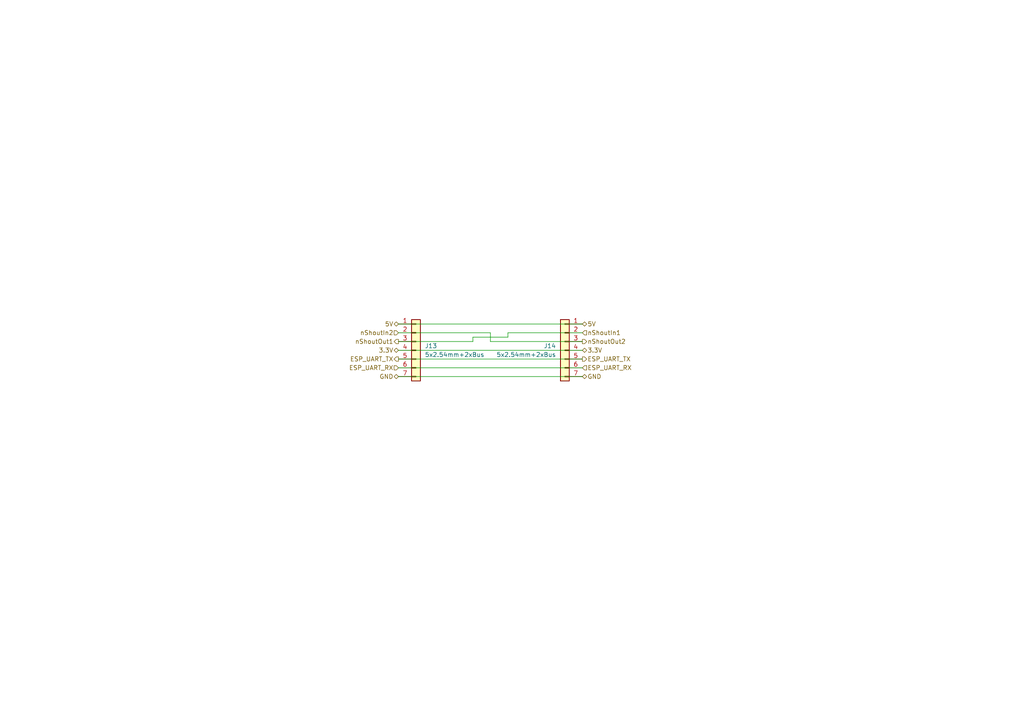
<source format=kicad_sch>
(kicad_sch (version 20250114) (generator "eeschema") (generator_version "9.0")
  (paper "A4")
  (title_block (title "Connector") (company "WPI") (comment 1 "ECE 2799 T1") (comment 2 "Rev 1: AAC"))
  (lib_symbols
    (symbol "Connector_Generic:Conn_01x07" (pin_names (offset 1.016) (hide yes))
      (property "Reference" "J" (at 0 10.16 0))
      (property "Value" "Conn_01x07" (at 0 -10.16 0))
      (symbol "Conn_01x07_1_1"
        (rectangle (start -1.27 8.89) (end 1.27 -8.89) (stroke (width 0.254)) (fill (type background)))
        (rectangle (start -1.27 7.747) (end 0 7.493) (stroke (width 0.1524)))
        (rectangle (start -1.27 5.207) (end 0 4.953) (stroke (width 0.1524)))
        (rectangle (start -1.27 2.667) (end 0 2.413) (stroke (width 0.1524)))
        (rectangle (start -1.27 0.127) (end 0 -0.127) (stroke (width 0.1524)))
        (rectangle (start -1.27 -2.413) (end 0 -2.667) (stroke (width 0.1524)))
        (rectangle (start -1.27 -4.953) (end 0 -5.207) (stroke (width 0.1524)))
        (rectangle (start -1.27 -7.493) (end 0 -7.747) (stroke (width 0.1524)))
        (pin passive line (at -5.08 7.62 0) (length 3.81) (name "Pin_1") (number "1"))
        (pin passive line (at -5.08 5.08 0) (length 3.81) (name "Pin_2") (number "2"))
        (pin passive line (at -5.08 2.54 0) (length 3.81) (name "Pin_3") (number "3"))
        (pin passive line (at -5.08 0 0) (length 3.81) (name "Pin_4") (number "4"))
        (pin passive line (at -5.08 -2.54 0) (length 3.81) (name "Pin_5") (number "5"))
        (pin passive line (at -5.08 -5.08 0) (length 3.81) (name "Pin_6") (number "6"))
        (pin passive line (at -5.08 -7.62 0) (length 3.81) (name "Pin_7") (number "7"))
      )
    )
  )
  (wire (pts (xy 137.16 97.79) (xy 137.16 99.06)))
  (wire (pts (xy 115.57 101.6) (xy 168.91 101.6)))
  (wire (pts (xy 115.57 96.52) (xy 142.24 96.52)))
  (wire (pts (xy 115.57 106.68) (xy 168.91 106.68)))
  (wire (pts (xy 168.91 96.52) (xy 147.32 96.52)))
  (wire (pts (xy 137.16 99.06) (xy 115.57 99.06)))
  (wire (pts (xy 142.24 96.52) (xy 142.24 99.06)))
  (wire (pts (xy 115.57 93.98) (xy 168.91 93.98)))
  (wire (pts (xy 115.57 109.22) (xy 168.91 109.22)))
  (wire (pts (xy 147.32 97.79) (xy 137.16 97.79)))
  (wire (pts (xy 115.57 104.14) (xy 168.91 104.14)))
  (wire (pts (xy 142.24 99.06) (xy 168.91 99.06)))
  (wire (pts (xy 147.32 96.52) (xy 147.32 97.79)))
  (hierarchical_label "nShoutOut1" (shape output) (at 115.57 99.06 180))
  (hierarchical_label "ESP_UART_TX" (shape output) (at 115.57 104.14 180))
  (hierarchical_label "nShoutIn1" (shape input) (at 168.91 96.52 0))
  (hierarchical_label "3.3V" (shape bidirectional) (at 115.57 101.6 180))
  (hierarchical_label "GND" (shape bidirectional) (at 115.57 109.22 180))
  (hierarchical_label "3.3V" (shape bidirectional) (at 168.91 101.6 0))
  (hierarchical_label "5V" (shape bidirectional) (at 168.91 93.98 0))
  (hierarchical_label "nShoutIn2" (shape input) (at 115.57 96.52 180))
  (hierarchical_label "ESP_UART_RX" (shape input) (at 115.57 106.68 180))
  (hierarchical_label "5V" (shape bidirectional) (at 115.57 93.98 180))
  (hierarchical_label "ESP_UART_RX" (shape input) (at 168.91 106.68 0))
  (hierarchical_label "ESP_UART_TX" (shape output) (at 168.91 104.14 0))
  (hierarchical_label "GND" (shape bidirectional) (at 168.91 109.22 0))
  (hierarchical_label "nShoutOut2" (shape output) (at 168.91 99.06 0))
  (symbol (lib_id "Connector_Generic:Conn_01x07") (at 120.65 101.6 0) (unit 1)
    (property "Reference" "J13" (at 123.19 100.3299 0) (effects (justify left)))
    (property "Value" "5x2.54mm+2xBus" (at 123.19 102.8699 0) (effects (justify left)))
    (property "Description" "Generic connector, single row, 01x07, script generated (kicad-library-utils/schlib/autogen/connector/)" (effects (hide yes)))
  )
  (symbol (lib_id "Connector_Generic:Conn_01x07") (at 163.83 101.6 0) (mirror y) (unit 1)
    (property "Reference" "J14" (at 161.29 100.3299 0) (effects (justify left)))
    (property "Value" "5x2.54mm+2xBus" (at 161.29 102.8699 0) (effects (justify left)))
    (property "Description" "Generic connector, single row, 01x07, script generated (kicad-library-utils/schlib/autogen/connector/)" (effects (hide yes)))
  )
)
</source>
